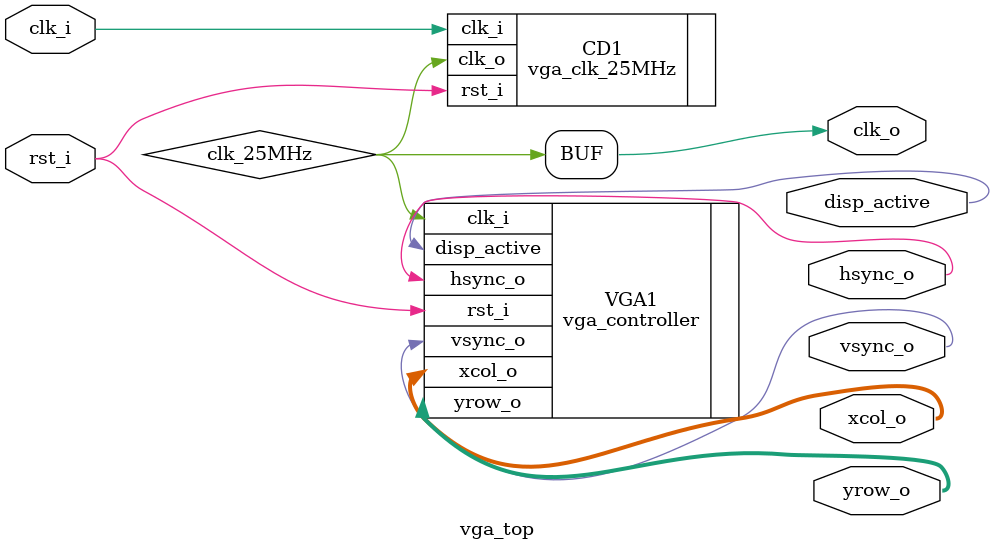
<source format=v>
`timescale 1ns / 1ps

module vga_top(
    input clk_i, rst_i, // 25MHz clk, active high reset
    output hsync_o, vsync_o, clk_o,
    output disp_active,
    output [9:0] xcol_o, yrow_o 
    );
    
wire clk_25MHz;

//-----------------------------//
//-----Instantiate Modules-----//
//-----------------------------//
// clk divider
vga_clk_25MHz CD1(.clk_i(clk_i), .rst_i(rst_i), .clk_o(clk_25MHz));  
// controller                       
vga_controller VGA1(.clk_i(clk_25MHz), .rst_i(rst_i),.hsync_o(hsync_o), .vsync_o(vsync_o),
                    .disp_active(disp_active),.xcol_o(xcol_o), .yrow_o(yrow_o)); 
   
assign clk_o = clk_25MHz;    
endmodule

</source>
